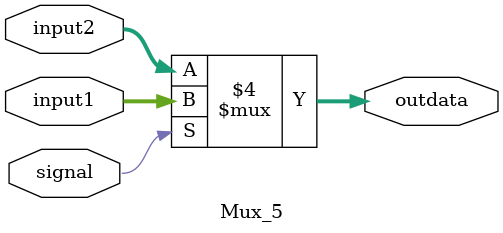
<source format=v>
`timescale 1ns / 1ps


module Mux_5(
    input[4:0] input1,
    input[4:0] input2,
    input signal,
    output reg[4:0] outdata
    );
    initial begin
        outdata = 0;
    end
    always @(signal or input1 or input2) begin
    if(signal)
        outdata = input1;
    else
        outdata = input2;
    $display("mux_reg:%d",outdata);
    end
endmodule

</source>
